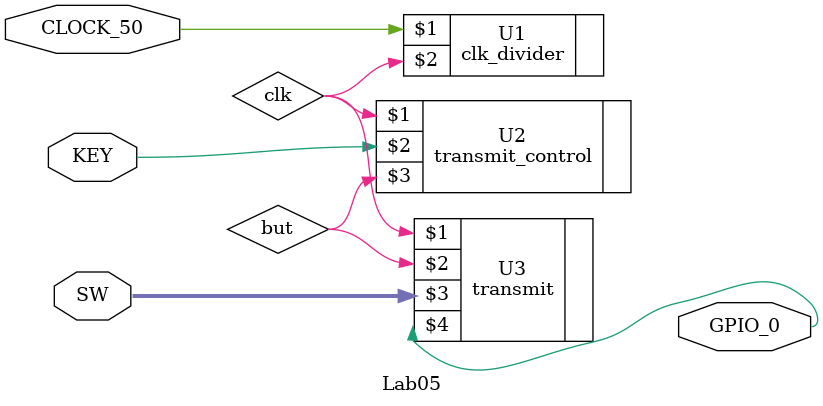
<source format=v>
module Lab05(
	input CLOCK_50,
	input [7:0] SW,
	input KEY,
	output GPIO_0
);

wire clk, but;

clk_divider			#(2500)	U1(CLOCK_50, clk);
transmit_control				U2(clk, KEY, but);
transmit							U3(clk, but, SW, GPIO_0);


endmodule
</source>
